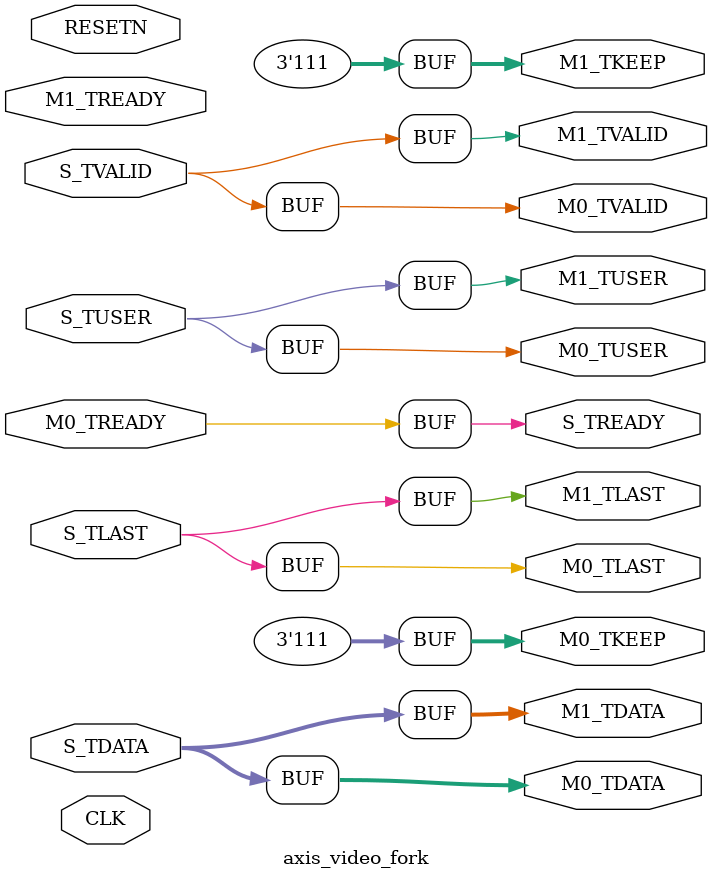
<source format=v>

module axis_video_fork(
input CLK,
input RESETN,
input S_TVALID,
output S_TREADY,
input [23:0] S_TDATA,
input S_TLAST,
input S_TUSER,
output M0_TVALID,
input M0_TREADY,
output [23:0] M0_TDATA,
output [2:0] M0_TKEEP,
output M0_TLAST,
output M0_TUSER,
output M1_TVALID,
input M1_TREADY,
output [23:0] M1_TDATA,
output [2:0] M1_TKEEP,
output M1_TLAST,
output M1_TUSER
);

assign S_TREADY = M0_TREADY;
assign M0_TVALID = S_TVALID;
assign M1_TVALID = S_TVALID;
assign M0_TDATA = S_TDATA;
assign M1_TDATA = S_TDATA;
assign M0_TKEEP = 7;
assign M1_TKEEP = 7;
assign M0_TLAST = S_TLAST;
assign M1_TLAST = S_TLAST;
assign M0_TUSER = S_TUSER;
assign M1_TUSER = S_TUSER;

endmodule

</source>
